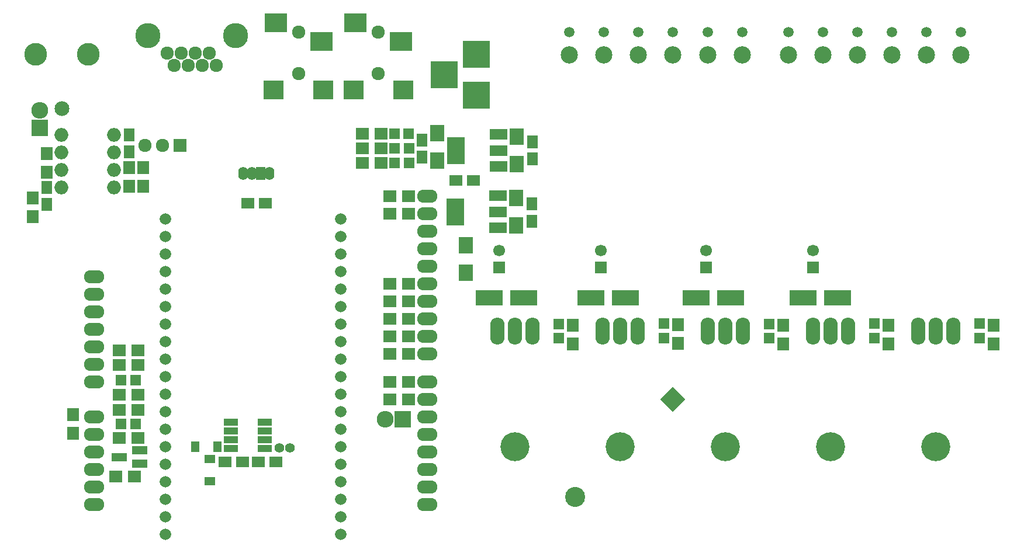
<source format=gbr>
G04 #@! TF.FileFunction,Soldermask,Top*
%FSLAX46Y46*%
G04 Gerber Fmt 4.6, Leading zero omitted, Abs format (unit mm)*
G04 Created by KiCad (PCBNEW 4.0.2+dfsg1-stable) date Mon 20 Aug 2018 04:08:08 PM EDT*
%MOMM*%
G01*
G04 APERTURE LIST*
%ADD10C,0.100000*%
%ADD11O,2.940000X1.924000*%
%ADD12R,1.900000X1.650000*%
%ADD13R,1.650000X1.900000*%
%ADD14C,3.651200*%
%ADD15C,1.924000*%
%ADD16C,2.150000*%
%ADD17C,3.300000*%
%ADD18R,1.598880X1.598880*%
%ADD19R,1.900000X1.700000*%
%ADD20C,1.920000*%
%ADD21R,1.920000X1.920000*%
%ADD22R,1.700000X1.900000*%
%ADD23O,2.000000X2.000000*%
%ADD24R,3.900120X3.900120*%
%ADD25C,2.500000*%
%ADD26C,1.500000*%
%ADD27C,1.700000*%
%ADD28R,1.700000X1.700000*%
%ADD29O,2.099260X3.900120*%
%ADD30C,4.199840*%
%ADD31R,2.600000X1.600000*%
%ADD32R,2.600000X3.900000*%
%ADD33C,1.400760*%
%ADD34O,1.400000X1.900000*%
%ADD35R,1.400000X1.900000*%
%ADD36R,2.000000X1.100000*%
%ADD37R,2.200860X1.200100*%
%ADD38R,3.900120X2.200860*%
%ADD39R,2.432000X2.432000*%
%ADD40O,2.432000X2.432000*%
%ADD41R,1.310000X1.620000*%
%ADD42R,1.620000X1.310000*%
%ADD43C,2.900000*%
%ADD44R,3.200000X2.800000*%
%ADD45R,2.900000X2.800000*%
%ADD46C,1.670000*%
%ADD47R,2.000000X2.400000*%
G04 APERTURE END LIST*
D10*
D11*
X31496000Y-119888000D03*
X31496000Y-117348000D03*
X31496000Y-114808000D03*
X31496000Y-107188000D03*
X31496000Y-109728000D03*
X31496000Y-112268000D03*
X31496000Y-102108000D03*
X31496000Y-99568000D03*
X31496000Y-97028000D03*
X31496000Y-91948000D03*
X31496000Y-89408000D03*
X79756000Y-119888000D03*
X79756000Y-117348000D03*
X79756000Y-114808000D03*
X79756000Y-112268000D03*
X79756000Y-109728000D03*
X79756000Y-107188000D03*
X79756000Y-104648000D03*
X79756000Y-102108000D03*
X79756000Y-98044000D03*
X79756000Y-95504000D03*
X79756000Y-92964000D03*
X79756000Y-90424000D03*
X79756000Y-87884000D03*
X79756000Y-85344000D03*
X79756000Y-82804000D03*
X79756000Y-80264000D03*
X31496000Y-94488000D03*
X79756000Y-77724000D03*
X79756000Y-75184000D03*
X31496000Y-86868000D03*
D12*
X83916200Y-72974200D03*
X86416200Y-72974200D03*
D13*
X94996000Y-67330000D03*
X94996000Y-69830000D03*
D14*
X51943000Y-51943000D03*
X39243000Y-51943000D03*
D15*
X48133000Y-54483000D03*
X46101000Y-54483000D03*
X44069000Y-54483000D03*
X42037000Y-54483000D03*
X49149000Y-56261000D03*
X47117000Y-56261000D03*
X45085000Y-56261000D03*
X43053000Y-56261000D03*
D16*
X26822400Y-62486200D03*
D17*
X30622400Y-54686200D03*
X23022400Y-54686200D03*
D18*
X35399980Y-101854000D03*
X37498020Y-101854000D03*
D19*
X37799000Y-99695000D03*
X35099000Y-99695000D03*
D18*
X37498020Y-108204000D03*
X35399980Y-108204000D03*
D19*
X35099000Y-106172000D03*
X37799000Y-106172000D03*
D20*
X41402000Y-67818000D03*
X38862000Y-67818000D03*
D21*
X43942000Y-67818000D03*
D13*
X36576000Y-68814000D03*
X36576000Y-66314000D03*
D22*
X36576000Y-71040000D03*
X36576000Y-73740000D03*
X38608000Y-73740000D03*
X38608000Y-71040000D03*
D23*
X34366200Y-73914000D03*
X34366200Y-71374000D03*
X34366200Y-68834000D03*
X34366200Y-66294000D03*
X26746200Y-66294000D03*
X26746200Y-68834000D03*
X26746200Y-71374000D03*
X26746200Y-73914000D03*
D24*
X86868000Y-60609480D03*
X86868000Y-54610000D03*
X82169000Y-57609740D03*
D25*
X157033000Y-54737000D03*
X152033000Y-54737000D03*
D26*
X157033000Y-51437000D03*
X152033000Y-51437000D03*
D25*
X147033000Y-54737000D03*
X142033000Y-54737000D03*
X137033000Y-54737000D03*
X132033000Y-54737000D03*
D26*
X147033000Y-51437000D03*
X142033000Y-51437000D03*
X137033000Y-51437000D03*
X132033000Y-51437000D03*
D25*
X125330000Y-54735000D03*
X120330000Y-54735000D03*
D26*
X125330000Y-51435000D03*
X120330000Y-51435000D03*
D25*
X115330000Y-54735000D03*
X110330000Y-54735000D03*
X105330000Y-54735000D03*
X100330000Y-54735000D03*
D26*
X115330000Y-51435000D03*
X110330000Y-51435000D03*
X105330000Y-51435000D03*
X100330000Y-51435000D03*
D27*
X120142000Y-83058000D03*
D28*
X120142000Y-85558000D03*
D27*
X104902000Y-83058000D03*
D28*
X104902000Y-85558000D03*
D27*
X90170000Y-83058000D03*
D28*
X90170000Y-85558000D03*
D29*
X153416000Y-94742000D03*
X155956000Y-94742000D03*
X150876000Y-94742000D03*
D30*
X153416000Y-111506000D03*
D29*
X122936000Y-94742000D03*
X125476000Y-94742000D03*
X120396000Y-94742000D03*
D30*
X122936000Y-111506000D03*
D29*
X107696000Y-94742000D03*
X110236000Y-94742000D03*
X105156000Y-94742000D03*
D30*
X107696000Y-111506000D03*
D29*
X92456000Y-94742000D03*
X94996000Y-94742000D03*
X89916000Y-94742000D03*
D30*
X92456000Y-111506000D03*
D27*
X135636000Y-83058000D03*
D28*
X135636000Y-85558000D03*
D29*
X138176000Y-94742000D03*
X140716000Y-94742000D03*
X135636000Y-94742000D03*
D30*
X138176000Y-111506000D03*
D18*
X77049898Y-66144910D03*
X74951858Y-66144910D03*
X77075298Y-68303910D03*
X74977258Y-68303910D03*
X77075298Y-70412110D03*
X74977258Y-70412110D03*
X159766000Y-95791020D03*
X159766000Y-93692980D03*
X129286000Y-95824040D03*
X129286000Y-93726000D03*
X114046000Y-95791020D03*
X114046000Y-93692980D03*
X98806000Y-95824040D03*
X98806000Y-93726000D03*
X144526000Y-95791020D03*
X144526000Y-93692980D03*
D19*
X73032878Y-66144910D03*
X70332878Y-66144910D03*
X73058278Y-68303910D03*
X70358278Y-68303910D03*
X73058278Y-70412110D03*
X70358278Y-70412110D03*
D22*
X161798000Y-93900000D03*
X161798000Y-96600000D03*
X131318000Y-93916500D03*
X131318000Y-96616500D03*
X116078000Y-93878400D03*
X116078000Y-96578400D03*
X100838000Y-93916500D03*
X100838000Y-96616500D03*
X146558000Y-93900000D03*
X146558000Y-96600000D03*
D31*
X89968000Y-75170000D03*
X89968000Y-77470000D03*
X89968000Y-79770000D03*
D32*
X83768000Y-77470000D03*
D33*
X58318400Y-111683800D03*
X59817000Y-111683800D03*
D34*
X56896000Y-71882000D03*
D35*
X55626000Y-71882000D03*
D34*
X54356000Y-71882000D03*
X53086000Y-71882000D03*
D12*
X57790400Y-113715800D03*
X55290400Y-113715800D03*
D36*
X56211400Y-109270800D03*
X56211400Y-110540800D03*
X56211400Y-108000800D03*
X56211400Y-111810800D03*
X51281400Y-108000800D03*
X51281400Y-109270800D03*
X51281400Y-110540800D03*
X51281400Y-111810800D03*
D13*
X24638000Y-73934000D03*
X24638000Y-76434000D03*
D12*
X52944400Y-113715800D03*
X50444400Y-113715800D03*
X53741000Y-76263500D03*
X56241000Y-76263500D03*
D13*
X94869000Y-76347000D03*
X94869000Y-78847000D03*
D19*
X37799000Y-110236000D03*
X35099000Y-110236000D03*
X37291000Y-115824000D03*
X34591000Y-115824000D03*
X37846000Y-104013000D03*
X35146000Y-104013000D03*
X35099000Y-97536000D03*
X37799000Y-97536000D03*
D22*
X24638000Y-69008000D03*
X24638000Y-71708000D03*
X22555200Y-78159600D03*
X22555200Y-75459600D03*
D19*
X77042000Y-75184000D03*
X74342000Y-75184000D03*
X77042000Y-77724000D03*
X74342000Y-77724000D03*
D22*
X28448000Y-109554000D03*
X28448000Y-106854000D03*
D19*
X74342000Y-95504000D03*
X77042000Y-95504000D03*
X74342000Y-92964000D03*
X77042000Y-92964000D03*
X74342000Y-90424000D03*
X77042000Y-90424000D03*
X74342000Y-87884000D03*
X77042000Y-87884000D03*
X77042000Y-102108000D03*
X74342000Y-102108000D03*
X77042000Y-104648000D03*
X74342000Y-104648000D03*
X74342000Y-98044000D03*
X77042000Y-98044000D03*
D37*
X38077140Y-113980000D03*
X38077140Y-112080000D03*
X35074860Y-113030000D03*
D38*
X134193280Y-89916000D03*
X139192000Y-89916000D03*
X118699280Y-89916000D03*
X123698000Y-89916000D03*
X103459280Y-89916000D03*
X108458000Y-89916000D03*
X88727280Y-89916000D03*
X93726000Y-89916000D03*
D39*
X23622000Y-65278000D03*
D40*
X23622000Y-62738000D03*
D41*
X49361600Y-111506000D03*
X46091600Y-111506000D03*
D42*
X48234600Y-113300000D03*
X48234600Y-116570000D03*
D10*
G36*
X115316000Y-102830736D02*
X117133264Y-104648000D01*
X115316000Y-106465264D01*
X113498736Y-104648000D01*
X115316000Y-102830736D01*
X115316000Y-102830736D01*
G37*
D43*
X101173864Y-118790136D03*
D13*
X78994000Y-69576000D03*
X78994000Y-67076000D03*
D15*
X72644000Y-51404000D03*
X72644000Y-57404000D03*
D44*
X69344000Y-50104000D03*
X75944000Y-52804000D03*
D45*
X76244000Y-59804000D03*
X69044000Y-59804000D03*
D15*
X61087000Y-51404000D03*
X61087000Y-57404000D03*
D44*
X57787000Y-50104000D03*
X64387000Y-52804000D03*
D45*
X64687000Y-59804000D03*
X57487000Y-59804000D03*
D31*
X90043000Y-66280000D03*
X90043000Y-68580000D03*
X90043000Y-70880000D03*
D32*
X83843000Y-68580000D03*
D46*
X67183000Y-124206000D03*
X67183000Y-121666000D03*
X67183000Y-119126000D03*
X67183000Y-116586000D03*
X67183000Y-114046000D03*
X67183000Y-111506000D03*
X67183000Y-108966000D03*
X67183000Y-106426000D03*
X67183000Y-103886000D03*
X67183000Y-101346000D03*
X67183000Y-98806000D03*
X67183000Y-96266000D03*
X67183000Y-93726000D03*
X67183000Y-91186000D03*
X67183000Y-88646000D03*
X67183000Y-86106000D03*
X67183000Y-81026000D03*
X67183000Y-83566000D03*
X67183000Y-78486000D03*
X41783000Y-103886000D03*
X41783000Y-98806000D03*
X41783000Y-106426000D03*
X41783000Y-93726000D03*
X41783000Y-101346000D03*
X41783000Y-96266000D03*
X41783000Y-88646000D03*
X41783000Y-81026000D03*
X41783000Y-91186000D03*
X41783000Y-86106000D03*
X41783000Y-78486000D03*
X41783000Y-83566000D03*
X41783000Y-116586000D03*
X41783000Y-114046000D03*
X41783000Y-119126000D03*
X41783000Y-121666000D03*
X41783000Y-124206000D03*
X41783000Y-108966000D03*
X41783000Y-111506000D03*
D47*
X92583000Y-75470000D03*
X92583000Y-79470000D03*
X92710000Y-66580000D03*
X92710000Y-70580000D03*
X85344000Y-82328000D03*
X85344000Y-86328000D03*
X81153000Y-70072000D03*
X81153000Y-66072000D03*
D39*
X76200000Y-107569000D03*
D40*
X73660000Y-107569000D03*
M02*

</source>
